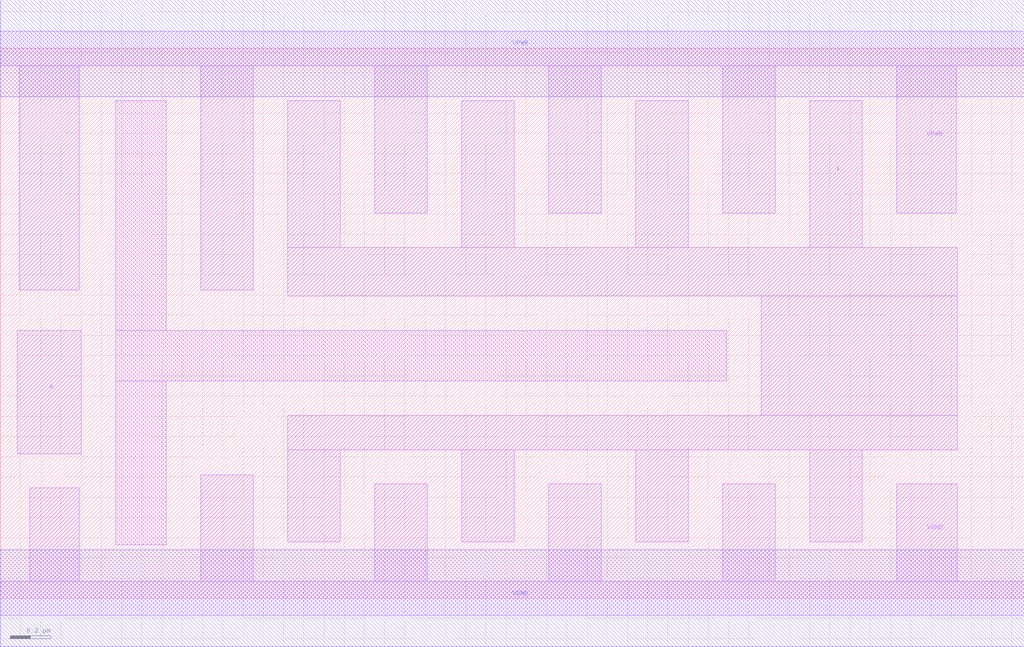
<source format=lef>
# Copyright 2020 The SkyWater PDK Authors
#
# Licensed under the Apache License, Version 2.0 (the "License");
# you may not use this file except in compliance with the License.
# You may obtain a copy of the License at
#
#     https://www.apache.org/licenses/LICENSE-2.0
#
# Unless required by applicable law or agreed to in writing, software
# distributed under the License is distributed on an "AS IS" BASIS,
# WITHOUT WARRANTIES OR CONDITIONS OF ANY KIND, either express or implied.
# See the License for the specific language governing permissions and
# limitations under the License.
#
# SPDX-License-Identifier: Apache-2.0

VERSION 5.5 ;
NAMESCASESENSITIVE ON ;
BUSBITCHARS "[]" ;
DIVIDERCHAR "/" ;
MACRO sky130_fd_sc_hd__clkbuf_8
  CLASS CORE ;
  SOURCE USER ;
  ORIGIN  0.000000  0.000000 ;
  SIZE  5.060000 BY  2.720000 ;
  SYMMETRY X Y R90 ;
  SITE unithd ;
  PIN A
    ANTENNAGATEAREA  0.426000 ;
    DIRECTION INPUT ;
    USE SIGNAL ;
    PORT
      LAYER li1 ;
        RECT 0.085000 0.715000 0.400000 1.325000 ;
    END
  END A
  PIN X
    ANTENNADIFFAREA  1.590400 ;
    DIRECTION OUTPUT ;
    USE SIGNAL ;
    PORT
      LAYER li1 ;
        RECT 1.420000 0.280000 1.680000 0.735000 ;
        RECT 1.420000 0.735000 4.730000 0.905000 ;
        RECT 1.420000 1.495000 4.730000 1.735000 ;
        RECT 1.420000 1.735000 1.680000 2.460000 ;
        RECT 2.280000 0.280000 2.540000 0.735000 ;
        RECT 2.280000 1.735000 2.540000 2.460000 ;
        RECT 3.140000 0.280000 3.400000 0.735000 ;
        RECT 3.140000 1.735000 3.400000 2.460000 ;
        RECT 3.760000 0.905000 4.730000 1.495000 ;
        RECT 4.000000 0.280000 4.260000 0.735000 ;
        RECT 4.000000 1.735000 4.260000 2.460000 ;
    END
  END X
  PIN VGND
    DIRECTION INOUT ;
    SHAPE ABUTMENT ;
    USE GROUND ;
    PORT
      LAYER li1 ;
        RECT 0.000000 -0.085000 5.060000 0.085000 ;
        RECT 0.145000  0.085000 0.390000 0.545000 ;
        RECT 0.990000  0.085000 1.250000 0.610000 ;
        RECT 1.850000  0.085000 2.110000 0.565000 ;
        RECT 2.710000  0.085000 2.970000 0.565000 ;
        RECT 3.570000  0.085000 3.830000 0.565000 ;
        RECT 4.430000  0.085000 4.730000 0.565000 ;
    END
    PORT
      LAYER met1 ;
        RECT 0.000000 -0.240000 5.060000 0.240000 ;
    END
  END VGND
  PIN VPWR
    DIRECTION INOUT ;
    SHAPE ABUTMENT ;
    USE POWER ;
    PORT
      LAYER li1 ;
        RECT 0.000000 2.635000 5.060000 2.805000 ;
        RECT 0.095000 1.525000 0.390000 2.635000 ;
        RECT 0.990000 1.525000 1.250000 2.635000 ;
        RECT 1.850000 1.905000 2.110000 2.635000 ;
        RECT 2.710000 1.905000 2.970000 2.635000 ;
        RECT 3.570000 1.905000 3.830000 2.635000 ;
        RECT 4.430000 1.905000 4.725000 2.635000 ;
    END
    PORT
      LAYER met1 ;
        RECT 0.000000 2.480000 5.060000 2.960000 ;
    END
  END VPWR
  OBS
    LAYER li1 ;
      RECT 0.570000 0.265000 0.820000 1.075000 ;
      RECT 0.570000 1.075000 3.590000 1.325000 ;
      RECT 0.570000 1.325000 0.820000 2.460000 ;
  END
END sky130_fd_sc_hd__clkbuf_8

</source>
